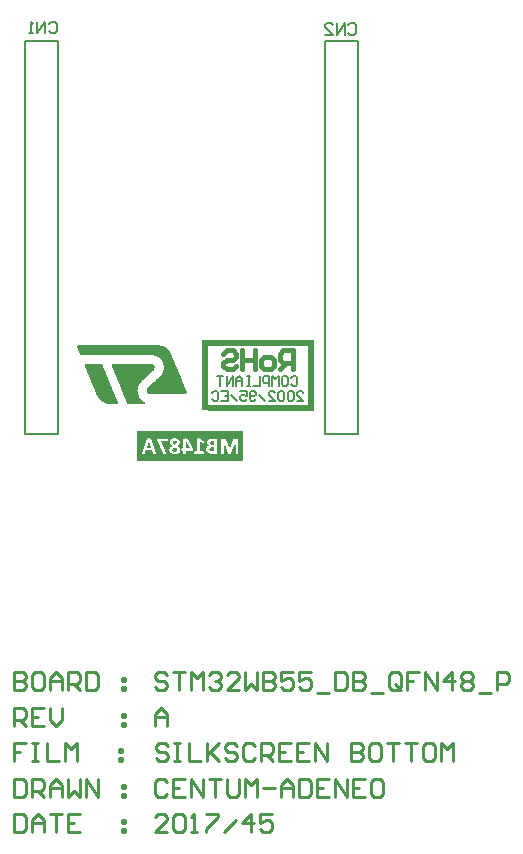
<source format=gbo>
G04 Layer_Color=32896*
%FSLAX44Y44*%
%MOMM*%
G71*
G01*
G75*
%ADD24C,0.2000*%
%ADD27C,0.4000*%
%ADD30C,0.2540*%
%ADD35C,0.0254*%
%ADD58R,9.0000X0.5000*%
%ADD59R,0.5000X6.0000*%
G36*
X194259Y4300D02*
X104259D01*
Y29300D01*
X194259D01*
Y4300D01*
D02*
G37*
%LPC*%
G36*
X189290Y23268D02*
X187115D01*
X186861Y23221D01*
X186606Y23175D01*
X186583D01*
X186560Y23152D01*
X186421Y23129D01*
X186236Y23036D01*
X186051Y22920D01*
X186028D01*
X186004Y22897D01*
X185912Y22805D01*
X185773Y22666D01*
X185634Y22458D01*
Y22434D01*
X185611Y22411D01*
X185542Y22273D01*
X185449Y22041D01*
X185357Y21763D01*
X182557Y14058D01*
X182510D01*
X179618Y21740D01*
Y21763D01*
X179595Y21810D01*
X179572Y21879D01*
X179548Y21995D01*
X179456Y22203D01*
X179340Y22434D01*
Y22458D01*
X179317Y22481D01*
X179225Y22620D01*
X179109Y22758D01*
X178970Y22920D01*
X178924Y22943D01*
X178831Y23013D01*
X178669Y23105D01*
X178484Y23175D01*
X178461D01*
X178438Y23198D01*
X178299Y23221D01*
X178091Y23244D01*
X177836Y23268D01*
X175916D01*
X175754Y23221D01*
X175615Y23175D01*
X175569Y23152D01*
X175499Y23129D01*
X175383Y23059D01*
X175291Y22967D01*
X175268Y22943D01*
X175221Y22874D01*
X175152Y22782D01*
X175083Y22643D01*
X175060Y22620D01*
X175036Y22527D01*
X175013Y22388D01*
Y22203D01*
Y10680D01*
Y10656D01*
Y10610D01*
X175036Y10541D01*
X175083Y10471D01*
X175129Y10425D01*
X175198Y10402D01*
X175291Y10356D01*
X175314D01*
X175383Y10332D01*
X175522D01*
X175684Y10309D01*
X175730D01*
X175846Y10286D01*
X176031Y10263D01*
X176494D01*
X176679Y10286D01*
X176887Y10309D01*
X176934D01*
X177026Y10332D01*
X177142D01*
X177258Y10356D01*
X177281D01*
X177327Y10379D01*
X177397Y10425D01*
X177466Y10471D01*
Y10495D01*
X177489Y10541D01*
X177512Y10680D01*
Y21208D01*
X177535D01*
X181284Y10680D01*
Y10656D01*
X181307Y10610D01*
X181423Y10448D01*
X181446D01*
X181492Y10402D01*
X181562Y10379D01*
X181677Y10332D01*
X181700D01*
X181770Y10309D01*
X181909D01*
X182071Y10286D01*
X182233D01*
X182395Y10263D01*
X182834D01*
X183019Y10286D01*
X183228Y10309D01*
X183274D01*
X183367Y10332D01*
X183482D01*
X183621Y10356D01*
X183644D01*
X183690Y10379D01*
X183852Y10471D01*
X183876Y10495D01*
X183899Y10541D01*
X183945Y10610D01*
X183968Y10680D01*
X187601Y21208D01*
Y10680D01*
Y10656D01*
Y10610D01*
X187624Y10541D01*
X187670Y10471D01*
X187717Y10425D01*
X187786Y10402D01*
X187879Y10356D01*
X187902D01*
X187971Y10332D01*
X188110D01*
X188272Y10309D01*
X188318D01*
X188434Y10286D01*
X188619Y10263D01*
X189082D01*
X189267Y10286D01*
X189475Y10309D01*
X189522D01*
X189614Y10332D01*
X189730D01*
X189869Y10356D01*
X189892D01*
X189938Y10379D01*
X190007Y10425D01*
X190054Y10471D01*
Y10495D01*
X190077Y10541D01*
X190100Y10680D01*
Y22203D01*
Y22226D01*
Y22296D01*
X190077Y22388D01*
Y22504D01*
X189984Y22758D01*
X189938Y22874D01*
X189846Y22990D01*
X189822Y23013D01*
X189799Y23036D01*
X189730Y23082D01*
X189660Y23129D01*
X189429Y23221D01*
X189290Y23268D01*
D02*
G37*
G36*
X145742Y23337D02*
X144886D01*
X144608Y23314D01*
X144330Y23291D01*
X144261D01*
X144122Y23268D01*
X143937Y23244D01*
X143752Y23221D01*
X143706D01*
X143613Y23198D01*
X143520Y23152D01*
X143428Y23082D01*
X143405Y23059D01*
X143358Y23036D01*
X143335Y22967D01*
X143312Y22897D01*
Y15122D01*
X142132D01*
X142063Y15099D01*
X141970Y15007D01*
X141924Y14960D01*
X141878Y14868D01*
X141854Y14822D01*
X141831Y14752D01*
X141808Y14683D01*
Y14567D01*
X141785Y14428D01*
X141762Y14243D01*
Y14058D01*
Y14035D01*
Y13965D01*
Y13873D01*
X141785Y13757D01*
X141808Y13503D01*
X141831Y13387D01*
X141878Y13271D01*
X141901Y13225D01*
X141947Y13155D01*
X142039Y13063D01*
X142086Y13040D01*
X142155Y13017D01*
X143312D01*
Y10656D01*
Y10633D01*
Y10610D01*
X143335Y10541D01*
X143382Y10471D01*
X143405D01*
X143428Y10425D01*
X143497Y10402D01*
X143613Y10356D01*
X143636D01*
X143706Y10332D01*
X143821D01*
X143983Y10309D01*
X144030D01*
X144145Y10286D01*
X144354Y10263D01*
X144816D01*
X145001Y10286D01*
X145210Y10309D01*
X145256D01*
X145349Y10332D01*
X145464D01*
X145603Y10356D01*
X145626D01*
X145672Y10379D01*
X145742Y10425D01*
X145788Y10471D01*
Y10495D01*
X145811Y10541D01*
X145834Y10656D01*
Y13017D01*
X150879D01*
X151041Y13040D01*
X151064D01*
X151110Y13086D01*
X151157Y13132D01*
X151226Y13202D01*
Y13225D01*
X151272Y13294D01*
X151295Y13387D01*
X151342Y13549D01*
Y13572D01*
Y13595D01*
Y13734D01*
X151365Y13919D01*
Y14197D01*
Y14220D01*
Y14243D01*
Y14382D01*
Y14544D01*
Y14729D01*
Y14752D01*
Y14775D01*
X151342Y14891D01*
Y15030D01*
X151318Y15169D01*
Y15192D01*
X151295Y15284D01*
X151249Y15400D01*
X151226Y15516D01*
X151203Y15539D01*
X151180Y15632D01*
X151110Y15747D01*
X151041Y15886D01*
X147015Y22967D01*
Y22990D01*
X146968Y23013D01*
X146922Y23082D01*
X146853Y23129D01*
X146829Y23152D01*
X146760Y23175D01*
X146667Y23198D01*
X146529Y23244D01*
X146482D01*
X146367Y23268D01*
X146205Y23291D01*
X145973Y23314D01*
X145834D01*
X145742Y23337D01*
D02*
G37*
G36*
X171427Y23268D02*
X167747D01*
X167470Y23244D01*
X167146Y23221D01*
X166822Y23175D01*
X166475Y23129D01*
X166151Y23059D01*
X166105D01*
X166012Y23013D01*
X165850Y22967D01*
X165665Y22897D01*
X165434Y22805D01*
X165202Y22712D01*
X164971Y22573D01*
X164762Y22434D01*
X164739Y22411D01*
X164670Y22365D01*
X164554Y22273D01*
X164438Y22157D01*
X164300Y22018D01*
X164138Y21833D01*
X163999Y21648D01*
X163883Y21416D01*
X163860Y21393D01*
X163837Y21301D01*
X163791Y21185D01*
X163721Y21023D01*
X163675Y20792D01*
X163629Y20560D01*
X163605Y20282D01*
X163582Y19982D01*
Y19958D01*
Y19889D01*
Y19797D01*
X163605Y19681D01*
X163629Y19403D01*
X163721Y19079D01*
Y19056D01*
X163744Y19010D01*
X163767Y18940D01*
X163814Y18825D01*
X163906Y18593D01*
X164068Y18316D01*
Y18292D01*
X164114Y18269D01*
X164230Y18131D01*
X164415Y17945D01*
X164647Y17737D01*
X164670D01*
X164693Y17691D01*
X164762Y17645D01*
X164855Y17598D01*
X165086Y17459D01*
X165387Y17321D01*
X165364D01*
X165295Y17298D01*
X165202Y17274D01*
X165063Y17228D01*
X164739Y17112D01*
X164392Y16950D01*
X164369D01*
X164323Y16904D01*
X164230Y16858D01*
X164114Y16788D01*
X163860Y16580D01*
X163582Y16326D01*
X163559Y16302D01*
X163513Y16256D01*
X163467Y16164D01*
X163374Y16071D01*
X163305Y15932D01*
X163212Y15770D01*
X163027Y15400D01*
Y15377D01*
X163004Y15308D01*
X162958Y15192D01*
X162911Y15053D01*
X162888Y14868D01*
X162842Y14660D01*
X162819Y14197D01*
Y14174D01*
Y14081D01*
Y13942D01*
X162842Y13780D01*
X162865Y13595D01*
X162911Y13387D01*
X163027Y12947D01*
Y12924D01*
X163050Y12855D01*
X163096Y12739D01*
X163166Y12623D01*
X163328Y12299D01*
X163559Y11952D01*
X163582Y11929D01*
X163605Y11883D01*
X163675Y11813D01*
X163767Y11698D01*
X164022Y11466D01*
X164346Y11212D01*
X164369Y11189D01*
X164415Y11166D01*
X164531Y11096D01*
X164647Y11027D01*
X164786Y10957D01*
X164971Y10865D01*
X165364Y10703D01*
X165387D01*
X165457Y10680D01*
X165572Y10633D01*
X165711Y10610D01*
X165896Y10564D01*
X166105Y10518D01*
X166567Y10425D01*
X166590D01*
X166683Y10402D01*
X166799D01*
X166984Y10379D01*
X167192Y10356D01*
X167423D01*
X167701Y10332D01*
X171473D01*
X171612Y10356D01*
X171797Y10402D01*
X171982Y10518D01*
X172005Y10564D01*
X172075Y10656D01*
X172167Y10865D01*
X172190Y10980D01*
Y11142D01*
Y22434D01*
Y22458D01*
Y22504D01*
X172167Y22573D01*
Y22689D01*
X172098Y22874D01*
X172051Y22990D01*
X171982Y23059D01*
X171936Y23082D01*
X171820Y23175D01*
X171658Y23244D01*
X171427Y23268D01*
D02*
G37*
G36*
X129799D02*
X121931D01*
X121839Y23244D01*
X121746Y23221D01*
X121723D01*
X121677Y23175D01*
X121608Y23129D01*
X121561Y23059D01*
X121538Y23036D01*
X121515Y22967D01*
X121492Y22874D01*
X121446Y22712D01*
Y22666D01*
X121422Y22573D01*
X121399Y22388D01*
Y22134D01*
Y22111D01*
Y22087D01*
Y21972D01*
Y21810D01*
X121422Y21625D01*
Y21601D01*
X121446Y21509D01*
X121469Y21370D01*
X121492Y21231D01*
Y21208D01*
X121515Y21116D01*
X121538Y21000D01*
X121584Y20884D01*
Y20861D01*
X121608Y20768D01*
X121654Y20653D01*
X121723Y20514D01*
X125981Y10656D01*
Y10633D01*
X126027Y10587D01*
X126143Y10448D01*
X126166D01*
X126212Y10402D01*
X126305Y10379D01*
X126420Y10332D01*
X126444D01*
X126536Y10309D01*
X126675D01*
X126860Y10286D01*
X127045D01*
X127230Y10263D01*
X127809D01*
X128087Y10286D01*
X128364Y10309D01*
X128410D01*
X128526Y10332D01*
X128665Y10356D01*
X128804Y10402D01*
X128827Y10425D01*
X128873Y10448D01*
X128919Y10518D01*
X128966Y10587D01*
Y10610D01*
X128943Y10656D01*
X128919Y10749D01*
X128873Y10865D01*
X124269Y20977D01*
X129753D01*
X129845Y21000D01*
X129961Y21092D01*
X130007Y21139D01*
X130053Y21231D01*
Y21254D01*
X130077Y21277D01*
Y21347D01*
X130100Y21439D01*
X130123Y21578D01*
Y21717D01*
X130146Y21902D01*
Y22111D01*
Y22134D01*
Y22157D01*
Y22296D01*
Y22458D01*
X130123Y22620D01*
Y22666D01*
X130100Y22758D01*
X130077Y22874D01*
X130053Y22990D01*
X130030Y23013D01*
X130007Y23059D01*
X129961Y23129D01*
X129915Y23198D01*
X129891Y23221D01*
X129868Y23244D01*
X129799Y23268D01*
D02*
G37*
G36*
X156756Y23360D02*
X155969D01*
X155784Y23337D01*
X155738D01*
X155646Y23314D01*
X155530Y23291D01*
X155414Y23268D01*
X155391D01*
X155345Y23244D01*
X155298Y23221D01*
X155252Y23175D01*
X155229Y23152D01*
X155206Y23036D01*
Y12369D01*
X153077D01*
X153008Y12346D01*
X152961Y12299D01*
X152938D01*
X152915Y12253D01*
X152869Y12207D01*
X152823Y12114D01*
Y12091D01*
X152799Y12022D01*
X152776Y11929D01*
X152753Y11790D01*
Y11767D01*
X152730Y11675D01*
X152707Y11513D01*
Y11328D01*
Y11304D01*
Y11281D01*
Y11166D01*
X152730Y11004D01*
X152753Y10842D01*
Y10819D01*
X152776Y10726D01*
X152799Y10633D01*
X152846Y10541D01*
Y10518D01*
X152869Y10471D01*
X152915Y10425D01*
X152961Y10379D01*
X153008Y10356D01*
X153123Y10332D01*
X160296D01*
X160389Y10379D01*
X160435Y10425D01*
X160482Y10471D01*
X160528Y10541D01*
Y10564D01*
X160551Y10633D01*
X160574Y10726D01*
X160597Y10842D01*
Y10888D01*
Y10980D01*
X160620Y11142D01*
Y11328D01*
Y11351D01*
Y11374D01*
Y11489D01*
Y11652D01*
X160597Y11790D01*
Y11837D01*
X160574Y11906D01*
X160551Y12022D01*
X160528Y12114D01*
Y12137D01*
X160505Y12184D01*
X160459Y12253D01*
X160412Y12299D01*
X160389Y12322D01*
X160366Y12346D01*
X160320Y12369D01*
X157821D01*
Y20792D01*
X159903Y19635D01*
X159949Y19611D01*
X160042Y19565D01*
X160158Y19519D01*
X160296Y19496D01*
X160459D01*
X160528Y19542D01*
Y19565D01*
X160574Y19611D01*
X160597Y19704D01*
X160620Y19843D01*
Y19889D01*
Y20005D01*
X160644Y20167D01*
Y20421D01*
Y20445D01*
Y20468D01*
Y20560D01*
Y20699D01*
Y20815D01*
Y20838D01*
Y20907D01*
X160597Y21092D01*
Y21116D01*
X160574Y21162D01*
X160482Y21277D01*
X160459Y21301D01*
X160435Y21324D01*
X160296Y21416D01*
X157520Y23221D01*
X157497Y23244D01*
X157404Y23291D01*
X157381D01*
X157335Y23314D01*
X157173D01*
X157103Y23337D01*
X156849D01*
X156756Y23360D01*
D02*
G37*
G36*
X136417Y23499D02*
X135653D01*
X135399Y23476D01*
X135098Y23453D01*
X134797Y23406D01*
X134496Y23337D01*
X134195Y23268D01*
X134172D01*
X134057Y23221D01*
X133918Y23175D01*
X133756Y23105D01*
X133339Y22897D01*
X133131Y22758D01*
X132946Y22596D01*
X132923Y22573D01*
X132876Y22527D01*
X132784Y22434D01*
X132668Y22319D01*
X132552Y22180D01*
X132437Y21995D01*
X132321Y21810D01*
X132228Y21601D01*
X132205Y21578D01*
X132182Y21509D01*
X132136Y21370D01*
X132090Y21231D01*
X132043Y21023D01*
X132020Y20815D01*
X131974Y20560D01*
Y20306D01*
Y20282D01*
Y20236D01*
Y20144D01*
X131997Y20028D01*
X132043Y19727D01*
X132136Y19380D01*
Y19357D01*
X132159Y19311D01*
X132205Y19218D01*
X132252Y19102D01*
X132390Y18848D01*
X132576Y18547D01*
X132599Y18524D01*
X132622Y18478D01*
X132691Y18408D01*
X132761Y18316D01*
X132992Y18061D01*
X133270Y17783D01*
X133293Y17760D01*
X133339Y17737D01*
X133432Y17668D01*
X133524Y17575D01*
X133663Y17483D01*
X133825Y17367D01*
X134195Y17159D01*
X134172Y17135D01*
X134103Y17112D01*
X133987Y17043D01*
X133825Y16950D01*
X133478Y16719D01*
X133108Y16465D01*
X133085Y16441D01*
X133015Y16395D01*
X132946Y16326D01*
X132830Y16233D01*
X132552Y16002D01*
X132298Y15701D01*
X132275Y15678D01*
X132252Y15632D01*
X132182Y15539D01*
X132113Y15423D01*
X131951Y15145D01*
X131789Y14798D01*
Y14775D01*
X131766Y14729D01*
X131719Y14613D01*
X131696Y14498D01*
X131650Y14359D01*
X131627Y14174D01*
X131604Y13780D01*
Y13734D01*
Y13642D01*
X131627Y13456D01*
X131650Y13248D01*
X131673Y13017D01*
X131742Y12739D01*
X131812Y12485D01*
X131928Y12207D01*
X131951Y12184D01*
X131974Y12091D01*
X132043Y11975D01*
X132159Y11813D01*
X132275Y11628D01*
X132437Y11443D01*
X132622Y11235D01*
X132830Y11050D01*
X132853Y11027D01*
X132923Y10980D01*
X133062Y10888D01*
X133223Y10795D01*
X133432Y10680D01*
X133686Y10564D01*
X133964Y10448D01*
X134288Y10332D01*
X134334D01*
X134450Y10286D01*
X134635Y10263D01*
X134866Y10217D01*
X135167Y10171D01*
X135514Y10147D01*
X135908Y10101D01*
X136509D01*
X136718Y10124D01*
X136972D01*
X137273Y10147D01*
X137597Y10194D01*
X137921Y10263D01*
X138245Y10332D01*
X138291D01*
X138384Y10379D01*
X138546Y10425D01*
X138731Y10495D01*
X138939Y10587D01*
X139170Y10680D01*
X139402Y10819D01*
X139633Y10957D01*
X139656Y10980D01*
X139726Y11027D01*
X139818Y11119D01*
X139934Y11235D01*
X140073Y11397D01*
X140211Y11582D01*
X140350Y11767D01*
X140466Y11999D01*
Y12022D01*
X140512Y12114D01*
X140559Y12230D01*
X140605Y12415D01*
X140651Y12623D01*
X140697Y12878D01*
X140721Y13132D01*
X140744Y13433D01*
Y13456D01*
Y13526D01*
Y13642D01*
X140721Y13780D01*
X140674Y14104D01*
X140582Y14475D01*
Y14498D01*
X140559Y14567D01*
X140512Y14660D01*
X140466Y14775D01*
X140304Y15053D01*
X140096Y15377D01*
X140073Y15400D01*
X140026Y15446D01*
X139957Y15539D01*
X139864Y15632D01*
X139610Y15886D01*
X139286Y16141D01*
X139263Y16164D01*
X139193Y16210D01*
X139101Y16279D01*
X138962Y16372D01*
X138800Y16488D01*
X138615Y16603D01*
X138175Y16858D01*
X138198Y16881D01*
X138268Y16904D01*
X138360Y16974D01*
X138476Y17043D01*
X138777Y17228D01*
X139101Y17459D01*
X139124Y17483D01*
X139170Y17506D01*
X139240Y17575D01*
X139355Y17668D01*
X139587Y17899D01*
X139818Y18154D01*
Y18177D01*
X139864Y18223D01*
X139911Y18292D01*
X139980Y18408D01*
X140119Y18686D01*
X140235Y19010D01*
Y19033D01*
X140258Y19102D01*
X140281Y19195D01*
X140304Y19311D01*
X140327Y19449D01*
X140350Y19635D01*
X140373Y20005D01*
Y20051D01*
Y20144D01*
X140350Y20282D01*
Y20468D01*
X140304Y20699D01*
X140258Y20930D01*
X140211Y21185D01*
X140119Y21416D01*
X140096Y21439D01*
X140073Y21532D01*
X140003Y21648D01*
X139911Y21810D01*
X139795Y21972D01*
X139656Y22157D01*
X139494Y22342D01*
X139309Y22527D01*
X139286Y22550D01*
X139216Y22596D01*
X139101Y22689D01*
X138939Y22782D01*
X138731Y22897D01*
X138499Y23036D01*
X138245Y23152D01*
X137944Y23244D01*
X137898Y23268D01*
X137805Y23291D01*
X137620Y23337D01*
X137388Y23383D01*
X137111Y23429D01*
X136787Y23453D01*
X136417Y23499D01*
D02*
G37*
G36*
X115082Y23337D02*
X113833D01*
X113671Y23314D01*
X113462D01*
X113323Y23291D01*
X113162Y23268D01*
X113000Y23221D01*
X112977D01*
X112884Y23175D01*
X112791Y23129D01*
X112722Y23059D01*
X112699Y23036D01*
X112676Y22990D01*
X112606Y22897D01*
X112560Y22782D01*
X108557Y11304D01*
Y11281D01*
X108534Y11235D01*
X108487Y11096D01*
X108441Y10911D01*
X108418Y10726D01*
Y10703D01*
Y10610D01*
Y10518D01*
X108487Y10425D01*
X108511Y10402D01*
X108580Y10379D01*
X108696Y10332D01*
X108881Y10309D01*
X108927D01*
X108996Y10286D01*
X109089D01*
X109320Y10263D01*
X110200D01*
X110454Y10286D01*
X110500D01*
X110616Y10309D01*
X110755D01*
X110894Y10332D01*
X110917D01*
X110963Y10356D01*
X111033Y10402D01*
X111102Y10448D01*
Y10471D01*
X111125Y10518D01*
X111195Y10656D01*
X112051Y13294D01*
X116933D01*
X117743Y10726D01*
Y10703D01*
X117766Y10656D01*
X117859Y10495D01*
X117882Y10471D01*
X117905Y10448D01*
X117975Y10402D01*
X118067Y10356D01*
X118090D01*
X118160Y10332D01*
X118299Y10309D01*
X118484Y10286D01*
X118669D01*
X118877Y10263D01*
X119432D01*
X119664Y10286D01*
X119895Y10309D01*
X119941D01*
X120034Y10332D01*
X120150Y10379D01*
X120265Y10425D01*
X120288Y10448D01*
X120312Y10518D01*
X120335Y10610D01*
Y10749D01*
Y10795D01*
X120288Y10888D01*
X120242Y11073D01*
X120173Y11304D01*
X116170Y22805D01*
Y22828D01*
X116147Y22897D01*
X116100Y22990D01*
X116054Y23059D01*
X116031Y23082D01*
X115985Y23129D01*
X115915Y23175D01*
X115800Y23221D01*
X115776Y23244D01*
X115661Y23268D01*
X115522Y23291D01*
X115314Y23314D01*
X115175D01*
X115082Y23337D01*
D02*
G37*
%LPD*%
G36*
X149259Y15122D02*
X145834D01*
Y21069D01*
X145857D01*
X149259Y15122D01*
D02*
G37*
G36*
X169622Y17945D02*
X167956D01*
X167840Y17968D01*
X167539Y17992D01*
X167400Y18015D01*
X167262Y18061D01*
X167238D01*
X167192Y18084D01*
X167053Y18154D01*
X166868Y18269D01*
X166683Y18431D01*
X166637Y18478D01*
X166544Y18593D01*
X166429Y18755D01*
X166336Y18987D01*
Y19010D01*
X166313Y19033D01*
X166290Y19102D01*
X166266Y19195D01*
X166243Y19403D01*
X166220Y19658D01*
Y19681D01*
Y19727D01*
Y19797D01*
X166243Y19889D01*
X166266Y20120D01*
X166359Y20352D01*
Y20375D01*
X166382Y20398D01*
X166452Y20537D01*
X166567Y20699D01*
X166729Y20861D01*
X166776Y20907D01*
X166891Y20977D01*
X167076Y21092D01*
X167331Y21185D01*
X167354D01*
X167400Y21208D01*
X167470Y21231D01*
X167585Y21254D01*
X167724D01*
X167886Y21277D01*
X168071Y21301D01*
X169622D01*
Y17945D01*
D02*
G37*
G36*
Y12346D02*
X167539D01*
X167400Y12369D01*
X167099Y12392D01*
X166799Y12438D01*
X166776D01*
X166729Y12461D01*
X166660Y12485D01*
X166567Y12531D01*
X166359Y12623D01*
X166151Y12785D01*
X166128D01*
X166105Y12832D01*
X165989Y12947D01*
X165850Y13109D01*
X165711Y13341D01*
Y13364D01*
X165688Y13410D01*
X165665Y13479D01*
X165619Y13572D01*
X165572Y13803D01*
X165549Y14104D01*
Y14127D01*
Y14174D01*
Y14266D01*
X165572Y14382D01*
X165619Y14636D01*
X165711Y14914D01*
Y14937D01*
X165734Y14984D01*
X165827Y15122D01*
X165966Y15331D01*
X166151Y15516D01*
X166174D01*
X166197Y15562D01*
X166266Y15608D01*
X166359Y15655D01*
X166590Y15770D01*
X166914Y15886D01*
X166938D01*
X166984Y15909D01*
X167099Y15932D01*
X167215Y15955D01*
X167400Y15979D01*
X167585Y16002D01*
X167817Y16025D01*
X169622D01*
Y12346D01*
D02*
G37*
G36*
X136486Y21555D02*
X136671Y21532D01*
X136880Y21486D01*
X137088Y21416D01*
X137273Y21324D01*
X137458Y21185D01*
X137481Y21162D01*
X137527Y21116D01*
X137574Y21023D01*
X137643Y20907D01*
X137736Y20745D01*
X137782Y20560D01*
X137828Y20352D01*
X137851Y20120D01*
Y20097D01*
Y20074D01*
X137828Y19935D01*
X137805Y19727D01*
X137759Y19519D01*
X137736Y19473D01*
X137666Y19357D01*
X137574Y19195D01*
X137435Y19010D01*
X137388Y18964D01*
X137273Y18871D01*
X137088Y18709D01*
X136856Y18547D01*
X136833D01*
X136787Y18501D01*
X136718Y18455D01*
X136625Y18408D01*
X136347Y18246D01*
X136023Y18061D01*
X136000Y18084D01*
X135908Y18131D01*
X135769Y18223D01*
X135607Y18339D01*
X135260Y18616D01*
X135075Y18778D01*
X134913Y18964D01*
X134889Y18987D01*
X134843Y19056D01*
X134774Y19149D01*
X134704Y19288D01*
X134635Y19449D01*
X134565Y19658D01*
X134519Y19866D01*
X134496Y20074D01*
Y20097D01*
Y20144D01*
X134519Y20282D01*
X134542Y20491D01*
X134612Y20699D01*
Y20722D01*
X134635Y20745D01*
X134681Y20861D01*
X134797Y21023D01*
X134936Y21162D01*
X134982Y21208D01*
X135075Y21277D01*
X135237Y21370D01*
X135468Y21463D01*
X135491D01*
X135514Y21486D01*
X135584Y21509D01*
X135676Y21532D01*
X135908Y21555D01*
X136208Y21578D01*
X136347D01*
X136486Y21555D01*
D02*
G37*
G36*
X136393Y15840D02*
X136486Y15793D01*
X136579Y15724D01*
X136856Y15562D01*
X137134Y15377D01*
X137157D01*
X137180Y15331D01*
X137342Y15238D01*
X137527Y15076D01*
X137712Y14868D01*
Y14845D01*
X137759Y14822D01*
X137851Y14683D01*
X137967Y14498D01*
X138060Y14289D01*
Y14266D01*
X138083Y14243D01*
X138106Y14104D01*
X138129Y13896D01*
X138152Y13642D01*
Y13618D01*
Y13503D01*
X138129Y13364D01*
X138083Y13202D01*
X138036Y12994D01*
X137944Y12809D01*
X137828Y12600D01*
X137666Y12438D01*
X137643Y12415D01*
X137574Y12369D01*
X137458Y12322D01*
X137296Y12253D01*
X137065Y12161D01*
X136810Y12114D01*
X136509Y12068D01*
X136162Y12045D01*
X136000D01*
X135815Y12068D01*
X135607Y12091D01*
X135352Y12137D01*
X135121Y12230D01*
X134889Y12322D01*
X134681Y12461D01*
X134658Y12485D01*
X134612Y12531D01*
X134519Y12623D01*
X134427Y12762D01*
X134357Y12924D01*
X134265Y13132D01*
X134218Y13364D01*
X134195Y13618D01*
Y13642D01*
Y13688D01*
Y13757D01*
X134218Y13850D01*
X134242Y14058D01*
X134334Y14289D01*
Y14312D01*
X134357Y14336D01*
X134427Y14475D01*
X134542Y14660D01*
X134727Y14845D01*
Y14868D01*
X134774Y14891D01*
X134913Y15007D01*
X135121Y15192D01*
X135399Y15377D01*
X135422Y15400D01*
X135468Y15423D01*
X135561Y15469D01*
X135653Y15539D01*
X135792Y15608D01*
X135954Y15701D01*
X136324Y15886D01*
X136347D01*
X136393Y15840D01*
D02*
G37*
G36*
X116332Y15308D02*
X112676D01*
X114504Y20815D01*
X116332Y15308D01*
D02*
G37*
D24*
X263030Y359970D02*
X290970D01*
Y27230D02*
Y359970D01*
X263030Y27230D02*
X290970D01*
X263030D02*
Y359970D01*
X9030D02*
X36970D01*
Y27230D02*
Y359970D01*
X9030Y27230D02*
X36970D01*
X9030D02*
Y359970D01*
X234668Y74654D02*
X236001Y75987D01*
X238667D01*
X240000Y74654D01*
Y69323D01*
X238667Y67990D01*
X236001D01*
X234668Y69323D01*
X228004Y75987D02*
X230670D01*
X232003Y74654D01*
Y69323D01*
X230670Y67990D01*
X228004D01*
X226671Y69323D01*
Y74654D01*
X228004Y75987D01*
X224005Y67990D02*
Y75987D01*
X221339Y73322D01*
X218674Y75987D01*
Y67990D01*
X216008D02*
Y75987D01*
X212009D01*
X210676Y74654D01*
Y71989D01*
X212009Y70656D01*
X216008D01*
X208010Y75987D02*
Y67990D01*
X202679D01*
X200013Y75987D02*
X197347D01*
X198680D01*
Y67990D01*
X200013D01*
X197347D01*
X193348D02*
Y73322D01*
X190683Y75987D01*
X188017Y73322D01*
Y67990D01*
Y71989D01*
X193348D01*
X185351Y67990D02*
Y75987D01*
X180019Y67990D01*
Y75987D01*
X177353D02*
X172022D01*
X174688D01*
Y67990D01*
X239630Y55118D02*
X244962D01*
X239630Y60450D01*
Y61782D01*
X240963Y63115D01*
X243629D01*
X244962Y61782D01*
X236965D02*
X235632Y63115D01*
X232966D01*
X231633Y61782D01*
Y56451D01*
X232966Y55118D01*
X235632D01*
X236965Y56451D01*
Y61782D01*
X228967D02*
X227634Y63115D01*
X224968D01*
X223636Y61782D01*
Y56451D01*
X224968Y55118D01*
X227634D01*
X228967Y56451D01*
Y61782D01*
X215638Y55118D02*
X220970D01*
X215638Y60450D01*
Y61782D01*
X216971Y63115D01*
X219637D01*
X220970Y61782D01*
X212972Y55118D02*
X207641Y60450D01*
X204975Y56451D02*
X203642Y55118D01*
X200976D01*
X199643Y56451D01*
Y61782D01*
X200976Y63115D01*
X203642D01*
X204975Y61782D01*
Y60450D01*
X203642Y59117D01*
X199643D01*
X191646Y63115D02*
X196978D01*
Y59117D01*
X194312Y60450D01*
X192979D01*
X191646Y59117D01*
Y56451D01*
X192979Y55118D01*
X195645D01*
X196978Y56451D01*
X188980Y55118D02*
X183648Y60450D01*
X175651Y63115D02*
X180983D01*
Y55118D01*
X175651D01*
X180983Y59117D02*
X178317D01*
X167654Y61782D02*
X168986Y63115D01*
X171652D01*
X172985Y61782D01*
Y56451D01*
X171652Y55118D01*
X168986D01*
X167654Y56451D01*
X283235Y373431D02*
X284902Y375097D01*
X288234D01*
X289900Y373431D01*
Y366766D01*
X288234Y365100D01*
X284902D01*
X283235Y366766D01*
X279903Y365100D02*
Y375097D01*
X273239Y365100D01*
Y375097D01*
X263242Y365100D02*
X269906D01*
X263242Y371764D01*
Y373431D01*
X264908Y375097D01*
X268240D01*
X269906Y373431D01*
X29636Y374631D02*
X31302Y376297D01*
X34634D01*
X36300Y374631D01*
Y367966D01*
X34634Y366300D01*
X31302D01*
X29636Y367966D01*
X26303Y366300D02*
Y376297D01*
X19639Y366300D01*
Y376297D01*
X16306Y366300D02*
X12974D01*
X14640D01*
Y376297D01*
X16306Y374631D01*
D27*
X235962Y81818D02*
Y97813D01*
X227965D01*
X225299Y95147D01*
Y89815D01*
X227965Y87150D01*
X235962D01*
X230630D02*
X225299Y81818D01*
X217301D02*
X211970D01*
X209304Y84484D01*
Y89815D01*
X211970Y92481D01*
X217301D01*
X219967Y89815D01*
Y84484D01*
X217301Y81818D01*
X203972Y97813D02*
Y81818D01*
Y89815D01*
X193309D01*
Y97813D01*
Y81818D01*
X177314Y95147D02*
X179980Y97813D01*
X185312D01*
X187978Y95147D01*
Y92481D01*
X185312Y89815D01*
X179980D01*
X177314Y87150D01*
Y84484D01*
X179980Y81818D01*
X185312D01*
X187978Y84484D01*
D30*
X130157Y-237304D02*
X127618Y-234765D01*
X122539D01*
X120000Y-237304D01*
Y-239843D01*
X122539Y-242383D01*
X127618D01*
X130157Y-244922D01*
Y-247461D01*
X127618Y-250000D01*
X122539D01*
X120000Y-247461D01*
X135235Y-234765D02*
X140313D01*
X137774D01*
Y-250000D01*
X135235D01*
X140313D01*
X147931Y-234765D02*
Y-250000D01*
X158088D01*
X163166Y-234765D02*
Y-250000D01*
Y-244922D01*
X173323Y-234765D01*
X165705Y-242383D01*
X173323Y-250000D01*
X188558Y-237304D02*
X186019Y-234765D01*
X180940D01*
X178401Y-237304D01*
Y-239843D01*
X180940Y-242383D01*
X186019D01*
X188558Y-244922D01*
Y-247461D01*
X186019Y-250000D01*
X180940D01*
X178401Y-247461D01*
X203793Y-237304D02*
X201254Y-234765D01*
X196175D01*
X193636Y-237304D01*
Y-247461D01*
X196175Y-250000D01*
X201254D01*
X203793Y-247461D01*
X208871Y-250000D02*
Y-234765D01*
X216489D01*
X219028Y-237304D01*
Y-242383D01*
X216489Y-244922D01*
X208871D01*
X213950D02*
X219028Y-250000D01*
X234263Y-234765D02*
X224106D01*
Y-250000D01*
X234263D01*
X224106Y-242383D02*
X229185D01*
X249498Y-234765D02*
X239341D01*
Y-250000D01*
X249498D01*
X239341Y-242383D02*
X244420D01*
X254576Y-250000D02*
Y-234765D01*
X264733Y-250000D01*
Y-234765D01*
X285047D02*
Y-250000D01*
X292664D01*
X295203Y-247461D01*
Y-244922D01*
X292664Y-242383D01*
X285047D01*
X292664D01*
X295203Y-239843D01*
Y-237304D01*
X292664Y-234765D01*
X285047D01*
X307899D02*
X302821D01*
X300282Y-237304D01*
Y-247461D01*
X302821Y-250000D01*
X307899D01*
X310438Y-247461D01*
Y-237304D01*
X307899Y-234765D01*
X315517D02*
X325673D01*
X320595D01*
Y-250000D01*
X330752Y-234765D02*
X340909D01*
X335830D01*
Y-250000D01*
X353604Y-234765D02*
X348526D01*
X345987Y-237304D01*
Y-247461D01*
X348526Y-250000D01*
X353604D01*
X356144Y-247461D01*
Y-237304D01*
X353604Y-234765D01*
X361222Y-250000D02*
Y-234765D01*
X366300Y-239843D01*
X371379Y-234765D01*
Y-250000D01*
X0Y-174765D02*
Y-190000D01*
X7617D01*
X10157Y-187461D01*
Y-184922D01*
X7617Y-182383D01*
X0D01*
X7617D01*
X10157Y-179843D01*
Y-177304D01*
X7617Y-174765D01*
X0D01*
X22853D02*
X17774D01*
X15235Y-177304D01*
Y-187461D01*
X17774Y-190000D01*
X22853D01*
X25392Y-187461D01*
Y-177304D01*
X22853Y-174765D01*
X30470Y-190000D02*
Y-179843D01*
X35549Y-174765D01*
X40627Y-179843D01*
Y-190000D01*
Y-182383D01*
X30470D01*
X45705Y-190000D02*
Y-174765D01*
X53323D01*
X55862Y-177304D01*
Y-182383D01*
X53323Y-184922D01*
X45705D01*
X50784D02*
X55862Y-190000D01*
X60940Y-174765D02*
Y-190000D01*
X68558D01*
X71097Y-187461D01*
Y-177304D01*
X68558Y-174765D01*
X60940D01*
X91410Y-179843D02*
X93950D01*
Y-182383D01*
X91410D01*
Y-179843D01*
Y-187461D02*
X93950D01*
Y-190000D01*
X91410D01*
Y-187461D01*
X129498Y-177304D02*
X126959Y-174765D01*
X121881D01*
X119341Y-177304D01*
Y-179843D01*
X121881Y-182383D01*
X126959D01*
X129498Y-184922D01*
Y-187461D01*
X126959Y-190000D01*
X121881D01*
X119341Y-187461D01*
X134577Y-174765D02*
X144733D01*
X139655D01*
Y-190000D01*
X149811D02*
Y-174765D01*
X154890Y-179843D01*
X159968Y-174765D01*
Y-190000D01*
X165047Y-177304D02*
X167586Y-174765D01*
X172664D01*
X175203Y-177304D01*
Y-179843D01*
X172664Y-182383D01*
X170125D01*
X172664D01*
X175203Y-184922D01*
Y-187461D01*
X172664Y-190000D01*
X167586D01*
X165047Y-187461D01*
X190438Y-190000D02*
X180282D01*
X190438Y-179843D01*
Y-177304D01*
X187899Y-174765D01*
X182821D01*
X180282Y-177304D01*
X195517Y-174765D02*
Y-190000D01*
X200595Y-184922D01*
X205674Y-190000D01*
Y-174765D01*
X210752D02*
Y-190000D01*
X218369D01*
X220909Y-187461D01*
Y-184922D01*
X218369Y-182383D01*
X210752D01*
X218369D01*
X220909Y-179843D01*
Y-177304D01*
X218369Y-174765D01*
X210752D01*
X236144D02*
X225987D01*
Y-182383D01*
X231065Y-179843D01*
X233604D01*
X236144Y-182383D01*
Y-187461D01*
X233604Y-190000D01*
X228526D01*
X225987Y-187461D01*
X251379Y-174765D02*
X241222D01*
Y-182383D01*
X246300Y-179843D01*
X248839D01*
X251379Y-182383D01*
Y-187461D01*
X248839Y-190000D01*
X243761D01*
X241222Y-187461D01*
X256457Y-192539D02*
X266614D01*
X271692Y-174765D02*
Y-190000D01*
X279310D01*
X281849Y-187461D01*
Y-177304D01*
X279310Y-174765D01*
X271692D01*
X286927D02*
Y-190000D01*
X294545D01*
X297084Y-187461D01*
Y-184922D01*
X294545Y-182383D01*
X286927D01*
X294545D01*
X297084Y-179843D01*
Y-177304D01*
X294545Y-174765D01*
X286927D01*
X302162Y-192539D02*
X312319D01*
X327554Y-187461D02*
Y-177304D01*
X325015Y-174765D01*
X319937D01*
X317397Y-177304D01*
Y-187461D01*
X319937Y-190000D01*
X325015D01*
X322476Y-184922D02*
X327554Y-190000D01*
X325015D02*
X327554Y-187461D01*
X342789Y-174765D02*
X332632D01*
Y-182383D01*
X337711D01*
X332632D01*
Y-190000D01*
X347868D02*
Y-174765D01*
X358024Y-190000D01*
Y-174765D01*
X370720Y-190000D02*
Y-174765D01*
X363103Y-182383D01*
X373259D01*
X378338Y-177304D02*
X380877Y-174765D01*
X385955D01*
X388494Y-177304D01*
Y-179843D01*
X385955Y-182383D01*
X388494Y-184922D01*
Y-187461D01*
X385955Y-190000D01*
X380877D01*
X378338Y-187461D01*
Y-184922D01*
X380877Y-182383D01*
X378338Y-179843D01*
Y-177304D01*
X380877Y-182383D02*
X385955D01*
X393573Y-192539D02*
X403729D01*
X408808Y-190000D02*
Y-174765D01*
X416425D01*
X418965Y-177304D01*
Y-182383D01*
X416425Y-184922D01*
X408808D01*
X0Y-220000D02*
Y-204765D01*
X7617D01*
X10157Y-207304D01*
Y-212383D01*
X7617Y-214922D01*
X0D01*
X5078D02*
X10157Y-220000D01*
X25392Y-204765D02*
X15235D01*
Y-220000D01*
X25392D01*
X15235Y-212383D02*
X20313D01*
X30470Y-204765D02*
Y-214922D01*
X35549Y-220000D01*
X40627Y-214922D01*
Y-204765D01*
X91410Y-209843D02*
X93950D01*
Y-212383D01*
X91410D01*
Y-209843D01*
Y-217461D02*
X93950D01*
Y-220000D01*
X91410D01*
Y-217461D01*
X119341Y-220000D02*
Y-209843D01*
X124420Y-204765D01*
X129498Y-209843D01*
Y-220000D01*
Y-212383D01*
X119341D01*
X10157Y-234765D02*
X0D01*
Y-242383D01*
X5078D01*
X0D01*
Y-250000D01*
X15235Y-234765D02*
X20313D01*
X17774D01*
Y-250000D01*
X15235D01*
X20313D01*
X27931Y-234765D02*
Y-250000D01*
X38088D01*
X43166D02*
Y-234765D01*
X48244Y-239843D01*
X53323Y-234765D01*
Y-250000D01*
X88871Y-239843D02*
X91410D01*
Y-242383D01*
X88871D01*
Y-239843D01*
Y-247461D02*
X91410D01*
Y-250000D01*
X88871D01*
Y-247461D01*
X0Y-264765D02*
Y-280000D01*
X7617D01*
X10157Y-277461D01*
Y-267304D01*
X7617Y-264765D01*
X0D01*
X15235Y-280000D02*
Y-264765D01*
X22853D01*
X25392Y-267304D01*
Y-272383D01*
X22853Y-274922D01*
X15235D01*
X20313D02*
X25392Y-280000D01*
X30470D02*
Y-269843D01*
X35549Y-264765D01*
X40627Y-269843D01*
Y-280000D01*
Y-272383D01*
X30470D01*
X45705Y-264765D02*
Y-280000D01*
X50784Y-274922D01*
X55862Y-280000D01*
Y-264765D01*
X60940Y-280000D02*
Y-264765D01*
X71097Y-280000D01*
Y-264765D01*
X91410Y-269843D02*
X93950D01*
Y-272383D01*
X91410D01*
Y-269843D01*
Y-277461D02*
X93950D01*
Y-280000D01*
X91410D01*
Y-277461D01*
X129498Y-267304D02*
X126959Y-264765D01*
X121881D01*
X119341Y-267304D01*
Y-277461D01*
X121881Y-280000D01*
X126959D01*
X129498Y-277461D01*
X144733Y-264765D02*
X134577D01*
Y-280000D01*
X144733D01*
X134577Y-272383D02*
X139655D01*
X149811Y-280000D02*
Y-264765D01*
X159968Y-280000D01*
Y-264765D01*
X165047D02*
X175203D01*
X170125D01*
Y-280000D01*
X180282Y-264765D02*
Y-277461D01*
X182821Y-280000D01*
X187899D01*
X190438Y-277461D01*
Y-264765D01*
X195517Y-280000D02*
Y-264765D01*
X200595Y-269843D01*
X205674Y-264765D01*
Y-280000D01*
X210752Y-272383D02*
X220909D01*
X225987Y-280000D02*
Y-269843D01*
X231065Y-264765D01*
X236144Y-269843D01*
Y-280000D01*
Y-272383D01*
X225987D01*
X241222Y-264765D02*
Y-280000D01*
X248839D01*
X251379Y-277461D01*
Y-267304D01*
X248839Y-264765D01*
X241222D01*
X266614D02*
X256457D01*
Y-280000D01*
X266614D01*
X256457Y-272383D02*
X261535D01*
X271692Y-280000D02*
Y-264765D01*
X281849Y-280000D01*
Y-264765D01*
X297084D02*
X286927D01*
Y-280000D01*
X297084D01*
X286927Y-272383D02*
X292006D01*
X309780Y-264765D02*
X304701D01*
X302162Y-267304D01*
Y-277461D01*
X304701Y-280000D01*
X309780D01*
X312319Y-277461D01*
Y-267304D01*
X309780Y-264765D01*
X0Y-294765D02*
Y-310000D01*
X7617D01*
X10157Y-307461D01*
Y-297304D01*
X7617Y-294765D01*
X0D01*
X15235Y-310000D02*
Y-299843D01*
X20313Y-294765D01*
X25392Y-299843D01*
Y-310000D01*
Y-302383D01*
X15235D01*
X30470Y-294765D02*
X40627D01*
X35549D01*
Y-310000D01*
X55862Y-294765D02*
X45705D01*
Y-310000D01*
X55862D01*
X45705Y-302383D02*
X50784D01*
X91410Y-299843D02*
X93950D01*
Y-302383D01*
X91410D01*
Y-299843D01*
Y-307461D02*
X93950D01*
Y-310000D01*
X91410D01*
Y-307461D01*
X129498Y-310000D02*
X119341D01*
X129498Y-299843D01*
Y-297304D01*
X126959Y-294765D01*
X121881D01*
X119341Y-297304D01*
X134577D02*
X137116Y-294765D01*
X142194D01*
X144733Y-297304D01*
Y-307461D01*
X142194Y-310000D01*
X137116D01*
X134577Y-307461D01*
Y-297304D01*
X149811Y-310000D02*
X154890D01*
X152351D01*
Y-294765D01*
X149811Y-297304D01*
X162507Y-294765D02*
X172664D01*
Y-297304D01*
X162507Y-307461D01*
Y-310000D01*
X177743D02*
X187899Y-299843D01*
X200595Y-310000D02*
Y-294765D01*
X192978Y-302383D01*
X203134D01*
X218369Y-294765D02*
X208213D01*
Y-302383D01*
X213291Y-299843D01*
X215830D01*
X218369Y-302383D01*
Y-307461D01*
X215830Y-310000D01*
X210752D01*
X208213Y-307461D01*
D35*
X54118Y102254D02*
X122444D01*
X53610Y102000D02*
X123460D01*
X53610Y101746D02*
X124730D01*
X53610Y101492D02*
X125238D01*
X53610Y101238D02*
X126000D01*
X53610Y100984D02*
X126508D01*
X53610Y100730D02*
X127016D01*
X53610Y100476D02*
X127524D01*
X53864Y100222D02*
X127778D01*
X53864Y99968D02*
X128286D01*
X54118Y99714D02*
X128540D01*
X54118Y99460D02*
X129048D01*
X54118Y99206D02*
X129302D01*
X54372Y98952D02*
X129556D01*
X54372Y98698D02*
X129810D01*
X54626Y98444D02*
X130064D01*
X54626Y98190D02*
X130318D01*
X54880Y97936D02*
X130572D01*
X54880Y97682D02*
X130572D01*
X54880Y97428D02*
X130826D01*
X55134Y97174D02*
X131080D01*
X55134Y96920D02*
X131080D01*
X55134Y96666D02*
X131334D01*
X55388Y96412D02*
X131588D01*
X55388Y96158D02*
X131588D01*
X55642Y95904D02*
X131842D01*
X55642Y95650D02*
X132096D01*
X55896Y95396D02*
X132096D01*
X56150Y95142D02*
X132096D01*
X56658Y94888D02*
X132350D01*
X118126Y94634D02*
X132350D01*
X118888Y94380D02*
X132350D01*
X119904Y94126D02*
X132604D01*
X120666Y93872D02*
X132858D01*
X120920Y93618D02*
X132858D01*
X121174Y93364D02*
X132858D01*
X121682Y93110D02*
X133112D01*
X122190Y92856D02*
X133112D01*
X122698Y92602D02*
X133112D01*
X122952Y92348D02*
X133366D01*
X123206Y92094D02*
X133366D01*
X123460Y91840D02*
X133620D01*
X123714Y91586D02*
X133620D01*
X123968Y91332D02*
X133874D01*
X124222Y91078D02*
X133874D01*
X124476Y90824D02*
X134128D01*
X124730Y90570D02*
X134128D01*
X124984Y90316D02*
X134128D01*
X124984Y90062D02*
X134382D01*
X125238Y89808D02*
X134382D01*
X125492Y89554D02*
X134382D01*
X125492Y89300D02*
X134636D01*
X125492Y89046D02*
X134636D01*
X125746Y88792D02*
X134890D01*
X126000Y88538D02*
X134890D01*
X126000Y88284D02*
X135144D01*
X126254Y88030D02*
X135144D01*
X126254Y87776D02*
X135144D01*
X126254Y87522D02*
X135398D01*
X126508Y87268D02*
X135398D01*
X126508Y87014D02*
X135652D01*
X126508Y86760D02*
X135652D01*
X126762Y86506D02*
X135906D01*
X126762Y86252D02*
X135906D01*
X126762Y85998D02*
X135906D01*
X83328D02*
X116856D01*
X60468D02*
X73422D01*
X126762Y85744D02*
X136160D01*
X83074D02*
X117364D01*
X60214D02*
X73676D01*
X127016Y85490D02*
X136160D01*
X83074D02*
X117618D01*
X60214D02*
X73930D01*
X127016Y85236D02*
X136160D01*
X83074D02*
X117872D01*
X60214D02*
X74184D01*
X127016Y84982D02*
X136414D01*
X83074D02*
X118126D01*
X59960D02*
X74184D01*
X126762Y84728D02*
X136414D01*
X83074D02*
X118126D01*
X59960D02*
X74438D01*
X127016Y84474D02*
X136668D01*
X83328D02*
X118380D01*
X60214D02*
X74438D01*
X127016Y84220D02*
X136668D01*
X83328D02*
X118380D01*
X60468D02*
X74692D01*
X127016Y83966D02*
X136922D01*
X83328D02*
X118380D01*
X60468D02*
X74692D01*
X127016Y83712D02*
X136922D01*
X83582D02*
X118380D01*
X60468D02*
X74692D01*
X127016Y83458D02*
X137176D01*
X83836D02*
X118126D01*
X60722D02*
X74946D01*
X127016Y83204D02*
X137176D01*
X83836D02*
X118126D01*
X60722D02*
X74946D01*
X127016Y82950D02*
X137176D01*
X83836D02*
X118126D01*
X60976D02*
X75200D01*
X127016Y82696D02*
X137430D01*
X84090D02*
X118126D01*
X60976D02*
X75200D01*
X127016Y82442D02*
X137430D01*
X84090D02*
X117872D01*
X60976D02*
X75454D01*
X127016Y82188D02*
X137430D01*
X84090D02*
X117872D01*
X61230D02*
X75454D01*
X127016Y81934D02*
X137684D01*
X84344D02*
X117618D01*
X61230D02*
X75454D01*
X126762Y81680D02*
X137684D01*
X84344D02*
X117364D01*
X61484D02*
X75708D01*
X126762Y81426D02*
X137938D01*
X84598D02*
X117110D01*
X61484D02*
X75708D01*
X126508Y81172D02*
X137938D01*
X84598D02*
X116602D01*
X61738D02*
X75708D01*
X126508Y80918D02*
X138192D01*
X84598D02*
X116348D01*
X61738D02*
X75962D01*
X126508Y80664D02*
X138192D01*
X84852D02*
X116094D01*
X61738D02*
X75962D01*
X126254Y80410D02*
X138192D01*
X84852D02*
X115840D01*
X61992D02*
X76216D01*
X126254Y80156D02*
X138446D01*
X85106D02*
X115586D01*
X61992D02*
X76216D01*
X126254Y79902D02*
X138446D01*
X85106D02*
X115332D01*
X62246D02*
X76470D01*
X126000Y79648D02*
X138700D01*
X85106D02*
X115078D01*
X62246D02*
X76470D01*
X126000Y79394D02*
X138700D01*
X85360D02*
X114824D01*
X62246D02*
X76724D01*
X125746Y79140D02*
X138700D01*
X85360D02*
X114570D01*
X62500D02*
X76724D01*
X125746Y78886D02*
X138954D01*
X85614D02*
X114316D01*
X62500D02*
X76724D01*
X125492Y78632D02*
X138954D01*
X85614D02*
X114062D01*
X62754D02*
X76978D01*
X125492Y78378D02*
X139208D01*
X85868D02*
X113808D01*
X62754D02*
X76978D01*
X125238Y78124D02*
X139208D01*
X85868D02*
X113554D01*
X63008D02*
X77232D01*
X125238Y77870D02*
X139462D01*
X85868D02*
X113300D01*
X63008D02*
X77232D01*
X124984Y77616D02*
X139462D01*
X86122D02*
X113046D01*
X63008D02*
X77232D01*
X124984Y77362D02*
X139462D01*
X86122D02*
X112792D01*
X63262D02*
X77486D01*
X124730Y77108D02*
X139716D01*
X86122D02*
X112284D01*
X63262D02*
X77486D01*
X124476Y76854D02*
X139716D01*
X86376D02*
X112030D01*
X63516D02*
X77740D01*
X124222Y76600D02*
X139970D01*
X86376D02*
X111776D01*
X63516D02*
X77740D01*
X123968Y76346D02*
X139970D01*
X86630D02*
X111522D01*
X63770D02*
X77994D01*
X123714Y76092D02*
X139970D01*
X86630D02*
X111268D01*
X63770D02*
X77994D01*
X123460Y75838D02*
X140224D01*
X86884D02*
X111014D01*
X63770D02*
X77994D01*
X123206Y75584D02*
X140224D01*
X86884D02*
X110760D01*
X64024D02*
X78248D01*
X122952Y75330D02*
X140478D01*
X86884D02*
X110506D01*
X64024D02*
X78248D01*
X122698Y75076D02*
X140478D01*
X87138D02*
X109998D01*
X64278D02*
X78502D01*
X122444Y74822D02*
X140478D01*
X87138D02*
X109744D01*
X64278D02*
X78502D01*
X122190Y74568D02*
X140732D01*
X87392D02*
X109490D01*
X64278D02*
X78756D01*
X121936Y74314D02*
X140732D01*
X87392D02*
X109236D01*
X64532D02*
X78756D01*
X121682Y74060D02*
X140986D01*
X87646D02*
X108982D01*
X64532D02*
X78756D01*
X121428Y73806D02*
X140986D01*
X87646D02*
X108728D01*
X64786D02*
X79010D01*
X121174Y73552D02*
X141240D01*
X87646D02*
X108474D01*
X64786D02*
X79010D01*
X120666Y73298D02*
X141240D01*
X87900D02*
X108220D01*
X65040D02*
X79010D01*
X120412Y73044D02*
X141240D01*
X87900D02*
X107966D01*
X65040D02*
X79264D01*
X120158Y72790D02*
X141494D01*
X88154D02*
X107712D01*
X65040D02*
X79264D01*
X119904Y72536D02*
X141494D01*
X88154D02*
X107458D01*
X65294D02*
X79518D01*
X119650Y72282D02*
X141748D01*
X88154D02*
X107204D01*
X65294D02*
X79518D01*
X119396Y72028D02*
X141748D01*
X88408D02*
X106950D01*
X65548D02*
X79772D01*
X119142Y71774D02*
X141748D01*
X88408D02*
X106696D01*
X65548D02*
X79772D01*
X118888Y71520D02*
X142002D01*
X88662D02*
X106442D01*
X65548D02*
X79772D01*
X118634Y71266D02*
X142002D01*
X88662D02*
X106188D01*
X65802D02*
X80026D01*
X118380Y71012D02*
X142256D01*
X88662D02*
X105934D01*
X65802D02*
X80026D01*
X117872Y70758D02*
X142256D01*
X88916D02*
X105934D01*
X66056D02*
X80280D01*
X117872Y70504D02*
X142510D01*
X88916D02*
X105680D01*
X66056D02*
X80280D01*
X117618Y70250D02*
X142510D01*
X88916D02*
X105426D01*
X66310D02*
X80280D01*
X117110Y69996D02*
X142510D01*
X89170D02*
X105426D01*
X66310D02*
X80534D01*
X117110Y69742D02*
X142764D01*
X89424D02*
X105172D01*
X66310D02*
X80534D01*
X116856Y69488D02*
X142764D01*
X89424D02*
X105172D01*
X66564D02*
X80788D01*
X116348Y69234D02*
X143018D01*
X89424D02*
X104918D01*
X66564D02*
X80788D01*
X116094Y68980D02*
X143018D01*
X89678D02*
X104664D01*
X66818D02*
X81042D01*
X115840Y68726D02*
X143272D01*
X89678D02*
X104664D01*
X66818D02*
X81042D01*
X115586Y68472D02*
X143272D01*
X89678D02*
X104664D01*
X67072D02*
X81042D01*
X115332Y68218D02*
X143272D01*
X89932D02*
X104410D01*
X67072D02*
X81296D01*
X115078Y67964D02*
X143526D01*
X89932D02*
X104410D01*
X67326D02*
X81296D01*
X114824Y67710D02*
X143526D01*
X90186D02*
X104410D01*
X67326D02*
X81550D01*
X114570Y67456D02*
X143526D01*
X90186D02*
X104156D01*
X67326D02*
X81550D01*
X114316Y67202D02*
X143780D01*
X90440D02*
X104156D01*
X67580D02*
X81550D01*
X113808Y66948D02*
X143780D01*
X90440D02*
X104156D01*
X67580D02*
X81804D01*
X113554Y66694D02*
X144034D01*
X90440D02*
X103902D01*
X67580D02*
X81804D01*
X113300Y66440D02*
X144034D01*
X90694D02*
X103902D01*
X67834D02*
X82058D01*
X113046Y66186D02*
X144288D01*
X90694D02*
X103902D01*
X67834D02*
X82058D01*
X112792Y65932D02*
X144288D01*
X90948D02*
X103902D01*
X68088D02*
X82312D01*
X112538Y65678D02*
X144288D01*
X90948D02*
X103902D01*
X68088D02*
X82312D01*
X112284Y65424D02*
X144542D01*
X90948D02*
X103902D01*
X68342D02*
X82312D01*
X112284Y65170D02*
X144542D01*
X91202D02*
X103902D01*
X68342D02*
X82566D01*
X112284Y64916D02*
X144796D01*
X91202D02*
X103902D01*
X68596D02*
X82566D01*
X112284Y64662D02*
X144796D01*
X91456D02*
X103648D01*
X68596D02*
X82820D01*
X112284Y64408D02*
X144796D01*
X91456D02*
X103648D01*
X68596D02*
X82820D01*
X112284Y64154D02*
X145050D01*
X91456D02*
X103648D01*
X68850D02*
X83074D01*
X112284Y63900D02*
X145050D01*
X91710D02*
X103648D01*
X68850D02*
X83074D01*
X112284Y63646D02*
X145304D01*
X91710D02*
X103648D01*
X68850D02*
X83074D01*
X112284Y63392D02*
X145304D01*
X91964D02*
X103648D01*
X69104D02*
X83328D01*
X112284Y63138D02*
X145558D01*
X91964D02*
X103902D01*
X69104D02*
X83328D01*
X112538Y62884D02*
X145558D01*
X91964D02*
X103902D01*
X69358D02*
X83582D01*
X112792Y62630D02*
X145558D01*
X92218D02*
X103902D01*
X69358D02*
X83582D01*
X113046Y62376D02*
X145304D01*
X92218D02*
X103902D01*
X69612D02*
X83582D01*
X113554Y62122D02*
X145050D01*
X92472D02*
X103902D01*
X69612D02*
X83836D01*
X92472Y61868D02*
X103902D01*
X69866D02*
X83836D01*
X92726Y61614D02*
X103902D01*
X69866D02*
X84090D01*
X92726Y61360D02*
X104156D01*
X69866D02*
X84090D01*
X92726Y61106D02*
X104156D01*
X70120D02*
X84344D01*
X92980Y60852D02*
X104156D01*
X70120D02*
X84344D01*
X92980Y60598D02*
X104410D01*
X70374D02*
X84344D01*
X93234Y60344D02*
X104410D01*
X70374D02*
X84598D01*
X93234Y60090D02*
X104410D01*
X70628D02*
X84598D01*
X93234Y59836D02*
X104664D01*
X70628D02*
X84598D01*
X93488Y59582D02*
X104664D01*
X70882D02*
X84852D01*
X93488Y59328D02*
X104918D01*
X70882D02*
X85106D01*
X93742Y59074D02*
X104918D01*
X71136D02*
X85106D01*
X93742Y58820D02*
X105172D01*
X71136D02*
X85106D01*
X93742Y58566D02*
X105172D01*
X71390D02*
X85360D01*
X93996Y58312D02*
X105426D01*
X71644D02*
X85360D01*
X93996Y58058D02*
X105426D01*
X71898D02*
X85360D01*
X94250Y57804D02*
X105680D01*
X72152D02*
X85614D01*
X94250Y57550D02*
X105934D01*
X72406D02*
X85614D01*
X94504Y57296D02*
X106188D01*
X72660D02*
X85868D01*
X94504Y57042D02*
X106188D01*
X72914D02*
X85868D01*
X94504Y56788D02*
X106442D01*
X73168D02*
X86122D01*
X94758Y56534D02*
X106696D01*
X73422D02*
X86122D01*
X94758Y56280D02*
X106950D01*
X73676D02*
X86122D01*
X94758Y56026D02*
X107204D01*
X73930D02*
X86122D01*
X95012Y55772D02*
X107458D01*
X74184D02*
X86376D01*
X95266Y55518D02*
X107712D01*
X74438D02*
X86630D01*
X95266Y55264D02*
X108220D01*
X74692D02*
X86630D01*
X95266Y55010D02*
X108474D01*
X75200D02*
X86630D01*
X95520Y54756D02*
X108728D01*
X75708D02*
X86884D01*
X95520Y54502D02*
X109236D01*
X76216D02*
X86884D01*
X95774Y54248D02*
X109744D01*
X76470D02*
X86884D01*
X96028Y53994D02*
X110252D01*
X77232D02*
X86884D01*
X96028Y53740D02*
X110252D01*
X77994D02*
X86884D01*
X96536Y53486D02*
X110252D01*
X79010D02*
X86884D01*
X97044Y53232D02*
X110252D01*
X80788D02*
X86630D01*
X97552Y52978D02*
X109998D01*
X81804D02*
X86122D01*
D58*
X209002Y49492D02*
D03*
Y104492D02*
D03*
D59*
X251521Y76990D02*
D03*
X161521D02*
D03*
M02*

</source>
